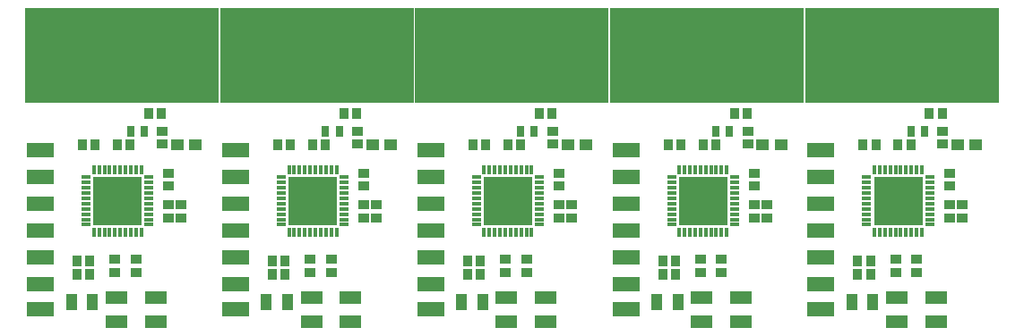
<source format=gts>
G75*
G70*
%OFA0B0*%
%FSLAX25Y25*%
%IPPOS*%
%LPD*%
%AMOC8*
5,1,8,0,0,1.08239X$1,22.5*
%
%ADD10R,0.03160X0.03940*%
%ADD12R,0.10400X0.05400*%
%ADD17R,0.04730X0.04340*%
%ADD20R,0.07880X0.04730*%
%ADD22R,0.01500X0.03750*%
%ADD23R,0.18120X0.18120*%
%ADD24R,0.04060X0.03310*%
%ADD27R,0.04340X0.05910*%
%ADD29R,0.72400X0.35500*%
%ADD30R,0.03310X0.04060*%
%ADD37R,0.03750X0.01500*%
%ADD44R,0.72400X0.29200*%
X0010000Y0010000D02*
G75*
%LPD*%
D44*
X0046200Y0116400D03*
D29*
X0046200Y0113250D03*
D23*
X0044700Y0059000D03*
D37*
X0032990Y0058020D03*
X0032990Y0056050D03*
X0032990Y0054080D03*
X0032990Y0052110D03*
X0032990Y0050140D03*
X0032990Y0059980D03*
X0032990Y0061950D03*
X0032990Y0063920D03*
X0032990Y0065890D03*
X0032990Y0067860D03*
X0056410Y0067860D03*
X0056410Y0065890D03*
X0056410Y0063920D03*
X0056410Y0061950D03*
X0056410Y0059980D03*
X0056410Y0058020D03*
X0056410Y0056050D03*
X0056410Y0054080D03*
X0056410Y0052110D03*
X0056410Y0050140D03*
D22*
X0053560Y0047290D03*
X0051590Y0047290D03*
X0049620Y0047290D03*
X0047650Y0047290D03*
X0045680Y0047290D03*
X0043720Y0047290D03*
X0041750Y0047290D03*
X0039780Y0047290D03*
X0037810Y0047290D03*
X0035840Y0047290D03*
X0035840Y0070710D03*
X0037810Y0070710D03*
X0039780Y0070710D03*
X0041750Y0070710D03*
X0043720Y0070710D03*
X0045680Y0070710D03*
X0047650Y0070710D03*
X0049620Y0070710D03*
X0051590Y0070710D03*
X0053560Y0070710D03*
D24*
X0061300Y0080230D03*
X0061300Y0084970D03*
X0063700Y0069370D03*
X0063700Y0064630D03*
X0063700Y0057470D03*
X0063700Y0052730D03*
X0068400Y0052730D03*
X0068400Y0057470D03*
X0051600Y0037170D03*
X0051600Y0032430D03*
X0043700Y0032430D03*
X0043700Y0037170D03*
D30*
X0034370Y0036500D03*
X0034370Y0031500D03*
X0029630Y0031500D03*
X0029630Y0036500D03*
X0031630Y0080000D03*
X0036370Y0080000D03*
X0044630Y0080000D03*
X0049370Y0080000D03*
X0056330Y0091700D03*
X0061070Y0091700D03*
D17*
X0066950Y0080100D03*
X0073650Y0080100D03*
D10*
X0054560Y0085100D03*
X0049440Y0085100D03*
D20*
X0044220Y0023030D03*
X0044220Y0013970D03*
X0058780Y0013970D03*
X0058780Y0023030D03*
D27*
X0035340Y0021400D03*
X0027460Y0021400D03*
D12*
X0016000Y0018500D03*
X0016000Y0028000D03*
X0016000Y0038000D03*
X0016000Y0048000D03*
X0016000Y0058000D03*
X0016000Y0068000D03*
X0016000Y0078000D03*
X0082600Y0010000D02*
G75*
%LPD*%
D44*
X0118800Y0116400D03*
D29*
X0118800Y0113250D03*
D23*
X0117300Y0059000D03*
D37*
X0105590Y0058020D03*
X0105590Y0056050D03*
X0105590Y0054080D03*
X0105590Y0052110D03*
X0105590Y0050140D03*
X0105590Y0059980D03*
X0105590Y0061950D03*
X0105590Y0063920D03*
X0105590Y0065890D03*
X0105590Y0067860D03*
X0129010Y0067860D03*
X0129010Y0065890D03*
X0129010Y0063920D03*
X0129010Y0061950D03*
X0129010Y0059980D03*
X0129010Y0058020D03*
X0129010Y0056050D03*
X0129010Y0054080D03*
X0129010Y0052110D03*
X0129010Y0050140D03*
D22*
X0126160Y0047290D03*
X0124190Y0047290D03*
X0122220Y0047290D03*
X0120250Y0047290D03*
X0118280Y0047290D03*
X0116320Y0047290D03*
X0114350Y0047290D03*
X0112380Y0047290D03*
X0110410Y0047290D03*
X0108440Y0047290D03*
X0108440Y0070710D03*
X0110410Y0070710D03*
X0112380Y0070710D03*
X0114350Y0070710D03*
X0116320Y0070710D03*
X0118280Y0070710D03*
X0120250Y0070710D03*
X0122220Y0070710D03*
X0124190Y0070710D03*
X0126160Y0070710D03*
D24*
X0133900Y0080230D03*
X0133900Y0084970D03*
X0136300Y0069370D03*
X0136300Y0064630D03*
X0136300Y0057470D03*
X0136300Y0052730D03*
X0141000Y0052730D03*
X0141000Y0057470D03*
X0124200Y0037170D03*
X0124200Y0032430D03*
X0116300Y0032430D03*
X0116300Y0037170D03*
D30*
X0106970Y0036500D03*
X0106970Y0031500D03*
X0102230Y0031500D03*
X0102230Y0036500D03*
X0104230Y0080000D03*
X0108970Y0080000D03*
X0117230Y0080000D03*
X0121970Y0080000D03*
X0128930Y0091700D03*
X0133670Y0091700D03*
D17*
X0139550Y0080100D03*
X0146250Y0080100D03*
D10*
X0127160Y0085100D03*
X0122040Y0085100D03*
D20*
X0116820Y0023030D03*
X0116820Y0013970D03*
X0131380Y0013970D03*
X0131380Y0023030D03*
D27*
X0107940Y0021400D03*
X0100060Y0021400D03*
D12*
X0088600Y0018500D03*
X0088600Y0028000D03*
X0088600Y0038000D03*
X0088600Y0048000D03*
X0088600Y0058000D03*
X0088600Y0068000D03*
X0088600Y0078000D03*
X0155200Y0010000D02*
G75*
%LPD*%
D44*
X0191400Y0116400D03*
D29*
X0191400Y0113250D03*
D23*
X0189900Y0059000D03*
D37*
X0178190Y0058020D03*
X0178190Y0056050D03*
X0178190Y0054080D03*
X0178190Y0052110D03*
X0178190Y0050140D03*
X0178190Y0059980D03*
X0178190Y0061950D03*
X0178190Y0063920D03*
X0178190Y0065890D03*
X0178190Y0067860D03*
X0201610Y0067860D03*
X0201610Y0065890D03*
X0201610Y0063920D03*
X0201610Y0061950D03*
X0201610Y0059980D03*
X0201610Y0058020D03*
X0201610Y0056050D03*
X0201610Y0054080D03*
X0201610Y0052110D03*
X0201610Y0050140D03*
D22*
X0198760Y0047290D03*
X0196790Y0047290D03*
X0194820Y0047290D03*
X0192850Y0047290D03*
X0190880Y0047290D03*
X0188920Y0047290D03*
X0186950Y0047290D03*
X0184980Y0047290D03*
X0183010Y0047290D03*
X0181040Y0047290D03*
X0181040Y0070710D03*
X0183010Y0070710D03*
X0184980Y0070710D03*
X0186950Y0070710D03*
X0188920Y0070710D03*
X0190880Y0070710D03*
X0192850Y0070710D03*
X0194820Y0070710D03*
X0196790Y0070710D03*
X0198760Y0070710D03*
D24*
X0206500Y0080230D03*
X0206500Y0084970D03*
X0208900Y0069370D03*
X0208900Y0064630D03*
X0208900Y0057470D03*
X0208900Y0052730D03*
X0213600Y0052730D03*
X0213600Y0057470D03*
X0196800Y0037170D03*
X0196800Y0032430D03*
X0188900Y0032430D03*
X0188900Y0037170D03*
D30*
X0179570Y0036500D03*
X0179570Y0031500D03*
X0174830Y0031500D03*
X0174830Y0036500D03*
X0176830Y0080000D03*
X0181570Y0080000D03*
X0189830Y0080000D03*
X0194570Y0080000D03*
X0201530Y0091700D03*
X0206270Y0091700D03*
D17*
X0212150Y0080100D03*
X0218850Y0080100D03*
D10*
X0199760Y0085100D03*
X0194640Y0085100D03*
D20*
X0189420Y0023030D03*
X0189420Y0013970D03*
X0203980Y0013970D03*
X0203980Y0023030D03*
D27*
X0180540Y0021400D03*
X0172660Y0021400D03*
D12*
X0161200Y0018500D03*
X0161200Y0028000D03*
X0161200Y0038000D03*
X0161200Y0048000D03*
X0161200Y0058000D03*
X0161200Y0068000D03*
X0161200Y0078000D03*
X0227800Y0010000D02*
G75*
%LPD*%
D44*
X0264000Y0116400D03*
D29*
X0264000Y0113250D03*
D23*
X0262500Y0059000D03*
D37*
X0250790Y0058020D03*
X0250790Y0056050D03*
X0250790Y0054080D03*
X0250790Y0052110D03*
X0250790Y0050140D03*
X0250790Y0059980D03*
X0250790Y0061950D03*
X0250790Y0063920D03*
X0250790Y0065890D03*
X0250790Y0067860D03*
X0274210Y0067860D03*
X0274210Y0065890D03*
X0274210Y0063920D03*
X0274210Y0061950D03*
X0274210Y0059980D03*
X0274210Y0058020D03*
X0274210Y0056050D03*
X0274210Y0054080D03*
X0274210Y0052110D03*
X0274210Y0050140D03*
D22*
X0271360Y0047290D03*
X0269390Y0047290D03*
X0267420Y0047290D03*
X0265450Y0047290D03*
X0263480Y0047290D03*
X0261520Y0047290D03*
X0259550Y0047290D03*
X0257580Y0047290D03*
X0255610Y0047290D03*
X0253640Y0047290D03*
X0253640Y0070710D03*
X0255610Y0070710D03*
X0257580Y0070710D03*
X0259550Y0070710D03*
X0261520Y0070710D03*
X0263480Y0070710D03*
X0265450Y0070710D03*
X0267420Y0070710D03*
X0269390Y0070710D03*
X0271360Y0070710D03*
D24*
X0279100Y0080230D03*
X0279100Y0084970D03*
X0281500Y0069370D03*
X0281500Y0064630D03*
X0281500Y0057470D03*
X0281500Y0052730D03*
X0286200Y0052730D03*
X0286200Y0057470D03*
X0269400Y0037170D03*
X0269400Y0032430D03*
X0261500Y0032430D03*
X0261500Y0037170D03*
D30*
X0252170Y0036500D03*
X0252170Y0031500D03*
X0247430Y0031500D03*
X0247430Y0036500D03*
X0249430Y0080000D03*
X0254170Y0080000D03*
X0262430Y0080000D03*
X0267170Y0080000D03*
X0274130Y0091700D03*
X0278870Y0091700D03*
D17*
X0284750Y0080100D03*
X0291450Y0080100D03*
D10*
X0272360Y0085100D03*
X0267240Y0085100D03*
D20*
X0262020Y0023030D03*
X0262020Y0013970D03*
X0276580Y0013970D03*
X0276580Y0023030D03*
D27*
X0253140Y0021400D03*
X0245260Y0021400D03*
D12*
X0233800Y0018500D03*
X0233800Y0028000D03*
X0233800Y0038000D03*
X0233800Y0048000D03*
X0233800Y0058000D03*
X0233800Y0068000D03*
X0233800Y0078000D03*
X0300400Y0010000D02*
G75*
%LPD*%
D44*
X0336600Y0116400D03*
D29*
X0336600Y0113250D03*
D23*
X0335100Y0059000D03*
D37*
X0323390Y0058020D03*
X0323390Y0056050D03*
X0323390Y0054080D03*
X0323390Y0052110D03*
X0323390Y0050140D03*
X0323390Y0059980D03*
X0323390Y0061950D03*
X0323390Y0063920D03*
X0323390Y0065890D03*
X0323390Y0067860D03*
X0346810Y0067860D03*
X0346810Y0065890D03*
X0346810Y0063920D03*
X0346810Y0061950D03*
X0346810Y0059980D03*
X0346810Y0058020D03*
X0346810Y0056050D03*
X0346810Y0054080D03*
X0346810Y0052110D03*
X0346810Y0050140D03*
D22*
X0343960Y0047290D03*
X0341990Y0047290D03*
X0340020Y0047290D03*
X0338050Y0047290D03*
X0336080Y0047290D03*
X0334120Y0047290D03*
X0332150Y0047290D03*
X0330180Y0047290D03*
X0328210Y0047290D03*
X0326240Y0047290D03*
X0326240Y0070710D03*
X0328210Y0070710D03*
X0330180Y0070710D03*
X0332150Y0070710D03*
X0334120Y0070710D03*
X0336080Y0070710D03*
X0338050Y0070710D03*
X0340020Y0070710D03*
X0341990Y0070710D03*
X0343960Y0070710D03*
D24*
X0351700Y0080230D03*
X0351700Y0084970D03*
X0354100Y0069370D03*
X0354100Y0064630D03*
X0354100Y0057470D03*
X0354100Y0052730D03*
X0358800Y0052730D03*
X0358800Y0057470D03*
X0342000Y0037170D03*
X0342000Y0032430D03*
X0334100Y0032430D03*
X0334100Y0037170D03*
D30*
X0324770Y0036500D03*
X0324770Y0031500D03*
X0320030Y0031500D03*
X0320030Y0036500D03*
X0322030Y0080000D03*
X0326770Y0080000D03*
X0335030Y0080000D03*
X0339770Y0080000D03*
X0346730Y0091700D03*
X0351470Y0091700D03*
D17*
X0357350Y0080100D03*
X0364050Y0080100D03*
D10*
X0344960Y0085100D03*
X0339840Y0085100D03*
D20*
X0334620Y0023030D03*
X0334620Y0013970D03*
X0349180Y0013970D03*
X0349180Y0023030D03*
D27*
X0325740Y0021400D03*
X0317860Y0021400D03*
D12*
X0306400Y0018500D03*
X0306400Y0028000D03*
X0306400Y0038000D03*
X0306400Y0048000D03*
X0306400Y0058000D03*
X0306400Y0068000D03*
X0306400Y0078000D03*
M02*

</source>
